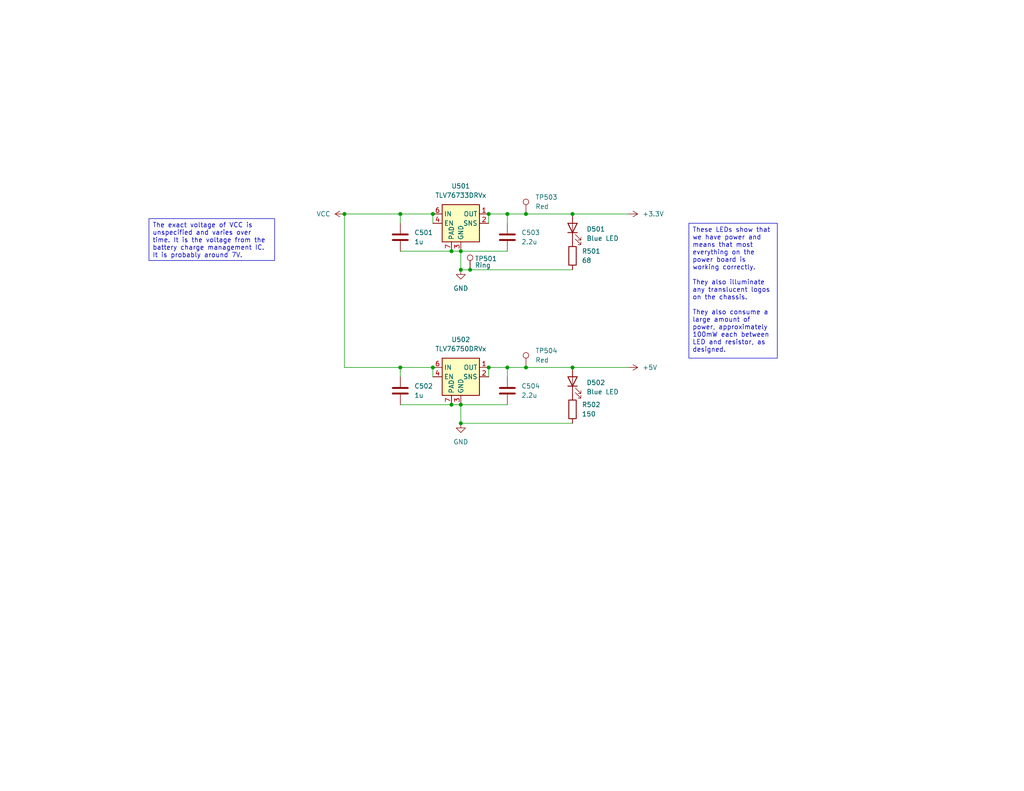
<source format=kicad_sch>
(kicad_sch (version 20230121) (generator eeschema)
  (paper "USLetter")
  (lib_symbols
    (symbol "Device:C" (pin_numbers hide) (pin_names (offset 0.254))
      (property "Reference" "C" (at 0.635 2.54 0))
      (property "Value" "C" (at 0.635 -2.54 0))
      (symbol "C_0_1"
        (polyline (pts (xy -2.032 -0.762) (xy 2.032 -0.762)) (stroke (width 0.508)))
        (polyline (pts (xy -2.032 0.762) (xy 2.032 0.762)) (stroke (width 0.508)))
      )
      (symbol "C_1_1"
        (pin passive line (at 0 3.81 270) (length 2.794) (name "~") (number "1"))
        (pin passive line (at 0 -3.81 90) (length 2.794) (name "~") (number "2"))
      )
    )
    (symbol "Device:LED" (pin_numbers hide) (pin_names (offset 1.016) hide)
      (property "Reference" "D" (at 0 2.54 0))
      (property "Value" "LED" (at 0 -2.54 0))
      (symbol "LED_0_1"
        (polyline (pts (xy -1.27 -1.27) (xy -1.27 1.27)) (stroke (width 0.254)))
        (polyline (pts (xy -1.27 0) (xy 1.27 0)))
        (polyline (pts (xy 1.27 -1.27) (xy 1.27 1.27) (xy -1.27 0) (xy 1.27 -1.27)) (stroke (width 0.254)))
        (polyline (pts (xy -3.048 -0.762) (xy -4.572 -2.286) (xy -3.81 -2.286) (xy -4.572 -2.286) (xy -4.572 -1.524)))
        (polyline (pts (xy -1.778 -0.762) (xy -3.302 -2.286) (xy -2.54 -2.286) (xy -3.302 -2.286) (xy -3.302 -1.524)))
      )
      (symbol "LED_1_1"
        (pin passive line (at -3.81 0 0) (length 2.54) (name "K") (number "1"))
        (pin passive line (at 3.81 0 180) (length 2.54) (name "A") (number "2"))
      )
    )
    (symbol "Device:R" (pin_numbers hide) (pin_names (offset 0))
      (property "Reference" "R" (at 2.032 0 90))
      (property "Value" "R" (at 0 0 90))
      (symbol "R_0_1"
        (rectangle (start -1.016 -2.54) (end 1.016 2.54) (stroke (width 0.254)))
      )
      (symbol "R_1_1"
        (pin passive line (at 0 3.81 270) (length 1.27) (name "~") (number "1"))
        (pin passive line (at 0 -3.81 90) (length 1.27) (name "~") (number "2"))
      )
    )
    (symbol "Regulator_Linear:TLV76733DRVx"
      (property "Reference" "U" (at 0 8.89 0))
      (property "Value" "TLV76733DRVx" (at 0 6.35 0))
      (symbol "TLV76733DRVx_0_1"
        (rectangle (start -5.08 -5.08) (end 5.08 5.08) (stroke (width 0.254)) (fill (type background)))
      )
      (symbol "TLV76733DRVx_1_1"
        (pin power_out line (at 7.62 2.54 180) (length 2.54) (name "OUT") (number "1"))
        (pin input line (at 7.62 0 180) (length 2.54) (name "SNS") (number "2"))
        (pin power_in line (at 0 -7.62 90) (length 2.54) (name "GND") (number "3"))
        (pin input line (at -7.62 0 0) (length 2.54) (name "EN") (number "4"))
        (pin passive line (at 0 -7.62 90) (length 2.54) hide (name "GND") (number "5"))
        (pin power_in line (at -7.62 2.54 0) (length 2.54) (name "IN") (number "6"))
        (pin passive line (at -2.54 -7.62 90) (length 2.54) (name "PAD") (number "7"))
      )
    )
    (symbol "Regulator_Linear:TLV76750DRVx"
      (property "Reference" "U" (at 0 8.89 0))
      (property "Value" "TLV76750DRVx" (at 0 6.35 0))
      (symbol "TLV76750DRVx_0_1"
        (rectangle (start -5.08 -5.08) (end 5.08 5.08) (stroke (width 0.254)) (fill (type background)))
      )
      (symbol "TLV76750DRVx_1_1"
        (pin power_out line (at 7.62 2.54 180) (length 2.54) (name "OUT") (number "1"))
        (pin input line (at 7.62 0 180) (length 2.54) (name "SNS") (number "2"))
        (pin power_in line (at 0 -7.62 90) (length 2.54) (name "GND") (number "3"))
        (pin input line (at -7.62 0 0) (length 2.54) (name "EN") (number "4"))
        (pin passive line (at 0 -7.62 90) (length 2.54) hide (name "GND") (number "5"))
        (pin power_in line (at -7.62 2.54 0) (length 2.54) (name "IN") (number "6"))
        (pin passive line (at -2.54 -7.62 90) (length 2.54) (name "PAD") (number "7"))
      )
    )
    (symbol "TVSC:TestPoint_Keystone_5000" (pin_numbers hide) (pin_names (offset 0.762) hide)
      (property "Reference" "TP" (at 0 6.858 0))
      (property "Value" "TestPoint" (at 0 5.08 0))
      (symbol "TestPoint_Keystone_5000_0_1"
        (circle (center 0 3.302) (radius 0.762))
      )
      (symbol "TestPoint_Keystone_5000_1_1"
        (pin passive line (at 0 0 90) (length 2.54) (name "1") (number "1"))
      )
    )
    (symbol "TVSC:TestPoint_Keystone_5019" (pin_numbers hide) (pin_names (offset 0.762) hide)
      (property "Reference" "TP" (at 0 6.858 0))
      (property "Value" "TestPoint" (at 0 5.08 0))
      (symbol "TestPoint_Keystone_5019_0_1"
        (circle (center 0 3.302) (radius 0.762))
      )
      (symbol "TestPoint_Keystone_5019_1_1"
        (pin passive line (at 0 0 90) (length 2.54) (name "1") (number "1"))
      )
    )
    (symbol "power:+3.3V" (power) (pin_names (offset 0))
      (property "Value" "+3.3V" (at 0 3.556 0))
      (symbol "+3.3V_0_1"
        (polyline (pts (xy -0.762 1.27) (xy 0 2.54)))
        (polyline (pts (xy 0 0) (xy 0 2.54)))
        (polyline (pts (xy 0 2.54) (xy 0.762 1.27)))
      )
      (symbol "+3.3V_1_1"
        (pin power_in line (at 0 0 90) (length 0) hide (name "+3.3V") (number "1"))
      )
    )
    (symbol "power:+5V" (power) (pin_names (offset 0))
      (property "Value" "+5V" (at 0 3.556 0))
      (symbol "+5V_0_1"
        (polyline (pts (xy -0.762 1.27) (xy 0 2.54)))
        (polyline (pts (xy 0 0) (xy 0 2.54)))
        (polyline (pts (xy 0 2.54) (xy 0.762 1.27)))
      )
      (symbol "+5V_1_1"
        (pin power_in line (at 0 0 90) (length 0) hide (name "+5V") (number "1"))
      )
    )
    (symbol "power:GND" (power) (pin_names (offset 0))
      (property "Value" "GND" (at 0 -3.81 0))
      (symbol "GND_0_1"
        (polyline (pts (xy 0 0) (xy 0 -1.27) (xy 1.27 -1.27) (xy 0 -2.54) (xy -1.27 -1.27) (xy 0 -1.27)))
      )
      (symbol "GND_1_1"
        (pin power_in line (at 0 0 270) (length 0) hide (name "GND") (number "1"))
      )
    )
    (symbol "power:VCC" (power) (pin_names (offset 0))
      (property "Value" "VCC" (at 0 3.81 0))
      (symbol "VCC_0_1"
        (polyline (pts (xy -0.762 1.27) (xy 0 2.54)))
        (polyline (pts (xy 0 0) (xy 0 2.54)))
        (polyline (pts (xy 0 2.54) (xy 0.762 1.27)))
      )
      (symbol "VCC_1_1"
        (pin power_in line (at 0 0 90) (length 0) hide (name "VCC") (number "1"))
      )
    )
  )
  (junction (at 156.21 58.42))
  (junction (at 143.51 100.33))
  (junction (at 125.73 110.49))
  (junction (at 118.11 58.42))
  (junction (at 109.22 100.33))
  (junction (at 143.51 58.42))
  (junction (at 123.19 68.58))
  (junction (at 128.27 73.66))
  (junction (at 133.35 100.33))
  (junction (at 156.21 100.33))
  (junction (at 125.73 73.66))
  (junction (at 138.43 100.33))
  (junction (at 125.73 68.58))
  (junction (at 93.98 58.42))
  (junction (at 123.19 110.49))
  (junction (at 138.43 58.42))
  (junction (at 118.11 100.33))
  (junction (at 109.22 58.42))
  (junction (at 125.73 115.57))
  (junction (at 133.35 58.42))
  (wire (pts (xy 125.73 73.66) (xy 128.27 73.66)))
  (wire (pts (xy 93.98 58.42) (xy 93.98 100.33)))
  (wire (pts (xy 93.98 100.33) (xy 109.22 100.33)))
  (wire (pts (xy 93.98 58.42) (xy 109.22 58.42)))
  (wire (pts (xy 143.51 58.42) (xy 138.43 58.42)))
  (wire (pts (xy 118.11 100.33) (xy 118.11 102.87)))
  (wire (pts (xy 109.22 110.49) (xy 123.19 110.49)))
  (wire (pts (xy 109.22 100.33) (xy 109.22 102.87)))
  (wire (pts (xy 109.22 58.42) (xy 109.22 60.96)))
  (wire (pts (xy 109.22 58.42) (xy 118.11 58.42)))
  (wire (pts (xy 125.73 115.57) (xy 156.21 115.57)))
  (wire (pts (xy 125.73 68.58) (xy 138.43 68.58)))
  (wire (pts (xy 171.45 58.42) (xy 156.21 58.42)))
  (wire (pts (xy 133.35 58.42) (xy 133.35 60.96)))
  (wire (pts (xy 138.43 100.33) (xy 133.35 100.33)))
  (wire (pts (xy 123.19 68.58) (xy 125.73 68.58)))
  (wire (pts (xy 128.27 73.66) (xy 156.21 73.66)))
  (wire (pts (xy 125.73 110.49) (xy 138.43 110.49)))
  (wire (pts (xy 125.73 115.57) (xy 125.73 110.49)))
  (wire (pts (xy 109.22 100.33) (xy 118.11 100.33)))
  (wire (pts (xy 133.35 100.33) (xy 133.35 102.87)))
  (wire (pts (xy 138.43 100.33) (xy 138.43 102.87)))
  (wire (pts (xy 171.45 100.33) (xy 156.21 100.33)))
  (wire (pts (xy 118.11 58.42) (xy 118.11 60.96)))
  (wire (pts (xy 125.73 73.66) (xy 125.73 68.58)))
  (wire (pts (xy 156.21 58.42) (xy 143.51 58.42)))
  (wire (pts (xy 143.51 100.33) (xy 138.43 100.33)))
  (wire (pts (xy 138.43 58.42) (xy 138.43 60.96)))
  (wire (pts (xy 123.19 110.49) (xy 125.73 110.49)))
  (wire (pts (xy 138.43 58.42) (xy 133.35 58.42)))
  (wire (pts (xy 156.21 100.33) (xy 143.51 100.33)))
  (wire (pts (xy 109.22 68.58) (xy 123.19 68.58)))
  (text_box "These LEDs show that we have power and means that most everything on the power board is working correctly.\n\nThey also illuminate any translucent logos on the chassis.\n\nThey also consume a large amount of power, approximately 100mW each between LED and resistor, as designed." (at 187.96 60.96 0) (size 24.13 36.83) (effects (font (size 1.27 1.27)) (justify left top)))
  (text_box "The exact voltage of VCC is unspecified and varies over time. It is the voltage from the battery charge management IC. It is probably around 7V." (at 40.64 59.69 0) (size 34.29 11.43) (effects (font (size 1.27 1.27)) (justify left top)))
  (symbol (lib_id "TVSC:TestPoint_Keystone_5019") (at 128.27 73.66 0) (unit 1)
    (property "Reference" "TP501" (at 129.54 70.612 0) (effects (justify left)))
    (property "Value" "Ring" (at 129.54 72.39 0) (effects (justify left)))
    (property "Footprint" "TestPoint:TestPoint_Pad_D2.5mm" (effects hide))
  )
  (symbol (lib_id "power:VCC") (at 93.98 58.42 90) (unit 1)
    (property "Reference" "#PWR0501" (effects hide))
    (property "Value" "VCC" (at 90.17 58.42 90) (effects (justify left)))
  )
  (symbol (lib_id "Device:LED") (at 156.21 104.14 90) (unit 1)
    (property "Reference" "D502" (at 160.02 104.4575 90) (effects (justify right)))
    (property "Value" "Blue LED" (at 160.02 106.9975 90) (effects (justify right)))
    (property "Footprint" "LED_SMD:LED_0603_1608Metric" (effects hide))
    (property "Datasheet" "https://octopart.com/datasheet/19-217%2Fbhc-zl1m2ry%2F3t-everlight-56007553" (effects hide))
    (property "Active" "Y" (effects hide))
    (property "MPN" "C72041" (effects hide))
    (property "Manufacturer" "Everlight Elec" (effects hide))
    (property "Manufacturer Part Number" "19-217/BHC-ZL1M2RY/3T" (effects hide))
    (property "Purpose" "+5V Power Indicator" (effects hide))
  )
  (symbol (lib_id "Device:C") (at 138.43 64.77 0) (unit 1)
    (property "Reference" "C503" (at 142.24 63.5 0) (effects (justify left)))
    (property "Value" "2.2u" (at 142.24 66.04 0) (effects (justify left)))
    (property "Footprint" "Capacitor_SMD:C_0805_2012Metric" (effects hide))
    (property "Active" "Y" (effects hide))
    (property "Specs" "3.3V" (effects hide))
    (property "MPN" "C577425" (effects hide))
    (property "Manufacturer" "YAGEO" (effects hide))
    (property "Manufacturer Part Number" "CS0805KKX7R7BB225" (effects hide))
  )
  (symbol (lib_id "TVSC:TestPoint_Keystone_5000") (at 143.51 58.42 0) (unit 1)
    (property "Reference" "TP503" (at 146.05 53.848 0) (effects (justify left)))
    (property "Value" "Red" (at 146.05 56.388 0) (effects (justify left)))
    (property "Footprint" "TestPoint:TestPoint_Pad_D2.5mm" (effects hide))
  )
  (symbol (lib_id "power:+5V") (at 171.45 100.33 270) (unit 1)
    (property "Reference" "#PWR0506" (effects hide))
    (property "Value" "+5V" (at 175.26 100.33 90) (effects (justify left)))
  )
  (symbol (lib_id "power:GND") (at 125.73 73.66 0) (unit 1)
    (property "Reference" "#PWR0503" (effects hide))
    (property "Value" "GND" (at 125.73 78.74 0))
  )
  (symbol (lib_id "TVSC:TestPoint_Keystone_5000") (at 143.51 100.33 0) (unit 1)
    (property "Reference" "TP504" (at 146.05 95.758 0) (effects (justify left)))
    (property "Value" "Red" (at 146.05 98.298 0) (effects (justify left)))
    (property "Footprint" "TestPoint:TestPoint_Pad_D2.5mm" (effects hide))
  )
  (symbol (lib_id "Device:C") (at 109.22 106.68 0) (unit 1)
    (property "Reference" "C502" (at 113.03 105.41 0) (effects (justify left)))
    (property "Value" "1u" (at 113.03 107.95 0) (effects (justify left)))
    (property "Footprint" "Capacitor_SMD:C_0805_2012Metric" (effects hide))
    (property "MPN" "C726584" (effects hide))
    (property "Manufacturer" "YAGEO" (effects hide))
    (property "Manufacturer Part Number" "AC0805KKX7R9BB105" (effects hide))
    (property "Active" "Y" (effects hide))
    (property "Specs" "10V" (effects hide))
  )
  (symbol (lib_id "Device:R") (at 156.21 69.85 0) (unit 1)
    (property "Reference" "R501" (at 158.75 68.58 0) (effects (justify left)))
    (property "Value" "68" (at 158.75 71.12 0) (effects (justify left)))
    (property "Footprint" "Resistor_SMD:R_0402_1005Metric" (effects hide))
    (property "MPN" "C163455" (effects hide))
    (property "Manufacturer" "YAGEO" (effects hide))
    (property "Manufacturer Part Number" "RC0402FR-0768RL" (effects hide))
    (property "Active" "Y" (effects hide))
  )
  (symbol (lib_id "power:+3.3V") (at 171.45 58.42 270) (unit 1)
    (property "Reference" "#PWR0505" (effects hide))
    (property "Value" "+3.3V" (at 175.26 58.42 90) (effects (justify left)))
  )
  (symbol (lib_id "Device:C") (at 109.22 64.77 0) (unit 1)
    (property "Reference" "C501" (at 113.03 63.5 0) (effects (justify left)))
    (property "Value" "1u" (at 113.03 66.04 0) (effects (justify left)))
    (property "Footprint" "Capacitor_SMD:C_0805_2012Metric" (effects hide))
    (property "MPN" "C726584" (effects hide))
    (property "Manufacturer" "YAGEO" (effects hide))
    (property "Manufacturer Part Number" "AC0805KKX7R9BB105" (effects hide))
    (property "Active" "Y" (effects hide))
    (property "Specs" "10V" (effects hide))
  )
  (symbol (lib_id "Device:LED") (at 156.21 62.23 90) (unit 1)
    (property "Reference" "D501" (at 160.02 62.5475 90) (effects (justify right)))
    (property "Value" "Blue LED" (at 160.02 65.0875 90) (effects (justify right)))
    (property "Footprint" "LED_SMD:LED_0603_1608Metric" (effects hide))
    (property "Datasheet" "https://octopart.com/datasheet/19-217%2Fbhc-zl1m2ry%2F3t-everlight-56007553" (effects hide))
    (property "Active" "Y" (effects hide))
    (property "MPN" "C72041" (effects hide))
    (property "Manufacturer" "Everlight Elec" (effects hide))
    (property "Manufacturer Part Number" "19-217/BHC-ZL1M2RY/3T" (effects hide))
    (property "Purpose" "+3.3V Power Indicator" (effects hide))
  )
  (symbol (lib_id "Regulator_Linear:TLV76733DRVx") (at 125.73 60.96 0) (unit 1)
    (property "Reference" "U501" (at 125.73 50.8 0))
    (property "Value" "TLV76733DRVx" (at 125.73 53.34 0))
    (property "Footprint" "Package_SON:WSON-6-1EP_2x2mm_P0.65mm_EP1x1.6mm_ThermalVias" (effects hide))
    (property "Datasheet" "www.ti.com/lit/gpn/TLV767" (effects hide))
    (property "Active" "Y" (effects hide))
    (property "MPN" "C2848334" (effects hide))
    (property "Manufacturer" "Texas Instruments" (effects hide))
    (property "Manufacturer Part Number" "TLV76733DRVR" (effects hide))
  )
  (symbol (lib_id "Device:C") (at 138.43 106.68 0) (unit 1)
    (property "Reference" "C504" (at 142.24 105.41 0) (effects (justify left)))
    (property "Value" "2.2u" (at 142.24 107.95 0) (effects (justify left)))
    (property "Footprint" "Capacitor_SMD:C_0805_2012Metric" (effects hide))
    (property "Active" "Y" (effects hide))
    (property "Specs" "3.3V" (effects hide))
    (property "MPN" "C577425" (effects hide))
    (property "Manufacturer" "YAGEO" (effects hide))
    (property "Manufacturer Part Number" "CS0805KKX7R7BB225" (effects hide))
  )
  (symbol (lib_id "Regulator_Linear:TLV76750DRVx") (at 125.73 102.87 0) (unit 1)
    (property "Reference" "U502" (at 125.73 92.71 0))
    (property "Value" "TLV76750DRVx" (at 125.73 95.25 0))
    (property "Footprint" "Package_SON:WSON-6-1EP_2x2mm_P0.65mm_EP1x1.6mm_ThermalVias" (effects hide))
    (property "Datasheet" "www.ti.com/lit/gpn/TLV767" (effects hide))
    (property "Manufacturer" "Texas Instruments" (effects hide))
    (property "Manufacturer Part Number" "TLV76750DRVR" (effects hide))
    (property "MPN" "C2872569" (effects hide))
    (property "Active" "Y" (effects hide))
  )
  (symbol (lib_id "Device:R") (at 156.21 111.76 0) (unit 1)
    (property "Reference" "R502" (at 158.75 110.49 0) (effects (justify left)))
    (property "Value" "150" (at 158.75 113.03 0) (effects (justify left)))
    (property "Footprint" "Resistor_SMD:R_0402_1005Metric" (effects hide))
    (property "MPN" "C138054" (effects hide))
    (property "Manufacturer" "YAGEO" (effects hide))
    (property "Manufacturer Part Number" "RC0402FR-07150RL" (effects hide))
    (property "Active" "Y" (effects hide))
  )
  (symbol (lib_id "power:GND") (at 125.73 115.57 0) (unit 1)
    (property "Reference" "#PWR0504" (effects hide))
    (property "Value" "GND" (at 125.73 120.65 0))
  )
)
</source>
